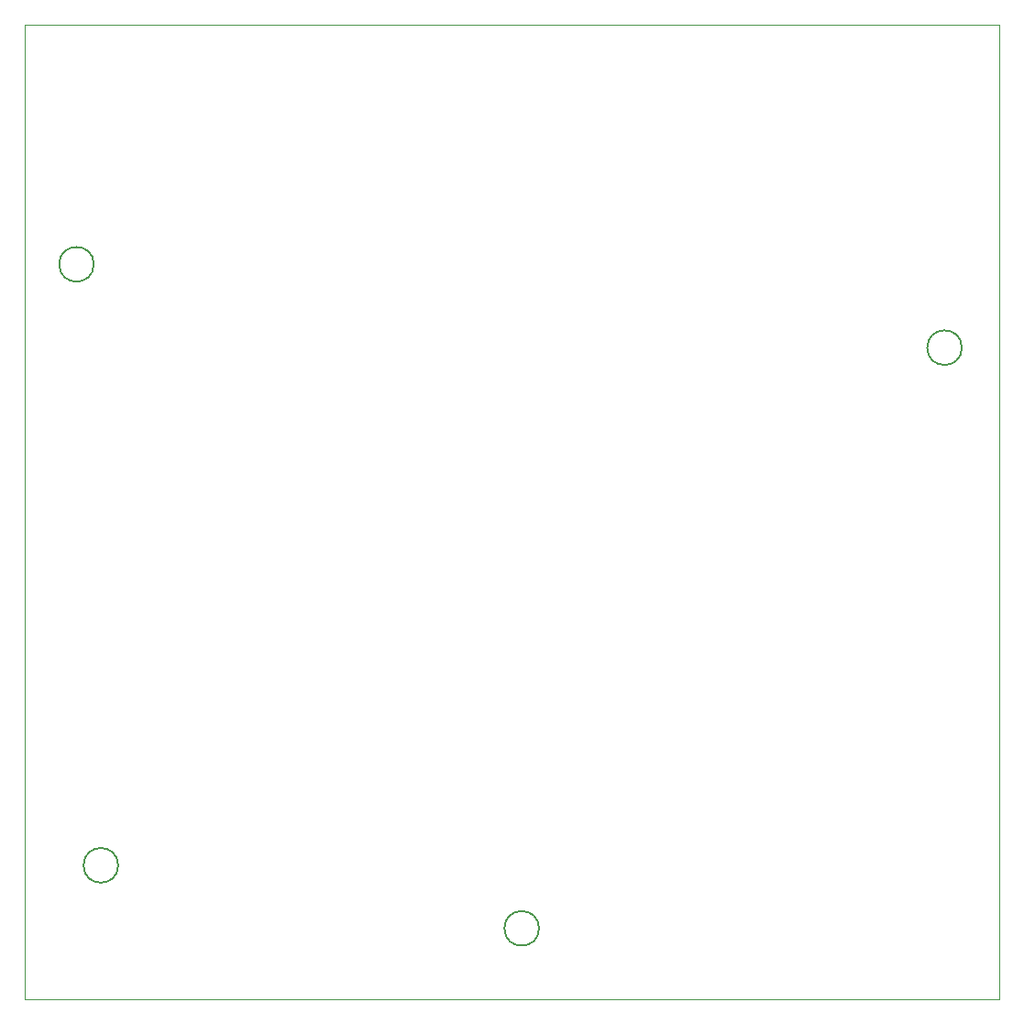
<source format=gm1>
%TF.GenerationSoftware,KiCad,Pcbnew,8.0.7-1.fc39*%
%TF.CreationDate,2025-01-27T15:10:01+03:00*%
%TF.ProjectId,rev.1_f,7265762e-315f-4662-9e6b-696361645f70,rev?*%
%TF.SameCoordinates,Original*%
%TF.FileFunction,Profile,NP*%
%FSLAX46Y46*%
G04 Gerber Fmt 4.6, Leading zero omitted, Abs format (unit mm)*
G04 Created by KiCad (PCBNEW 8.0.7-1.fc39) date 2025-01-27 15:10:01*
%MOMM*%
%LPD*%
G01*
G04 APERTURE LIST*
%TA.AperFunction,Profile*%
%ADD10C,0.200000*%
%TD*%
%TA.AperFunction,Profile*%
%ADD11C,0.100000*%
%TD*%
G04 APERTURE END LIST*
D10*
X191665000Y-83970000D02*
G75*
G02*
X188465000Y-83970000I-1600000J0D01*
G01*
X188465000Y-83970000D02*
G75*
G02*
X191665000Y-83970000I1600000J0D01*
G01*
X113745000Y-131780000D02*
G75*
G02*
X110545000Y-131780000I-1600000J0D01*
G01*
X110545000Y-131780000D02*
G75*
G02*
X113745000Y-131780000I1600000J0D01*
G01*
D11*
X195135000Y-54130000D02*
X195135000Y-144130000D01*
D10*
X111495000Y-76270000D02*
G75*
G02*
X108295000Y-76270000I-1600000J0D01*
G01*
X108295000Y-76270000D02*
G75*
G02*
X111495000Y-76270000I1600000J0D01*
G01*
D11*
X195135000Y-54130000D02*
X105135000Y-54130000D01*
D10*
X152615000Y-137600000D02*
G75*
G02*
X149415000Y-137600000I-1600000J0D01*
G01*
X149415000Y-137600000D02*
G75*
G02*
X152615000Y-137600000I1600000J0D01*
G01*
D11*
X105135000Y-144130000D02*
X105135000Y-54130000D01*
X195135000Y-144130000D02*
X105135000Y-144130000D01*
M02*

</source>
